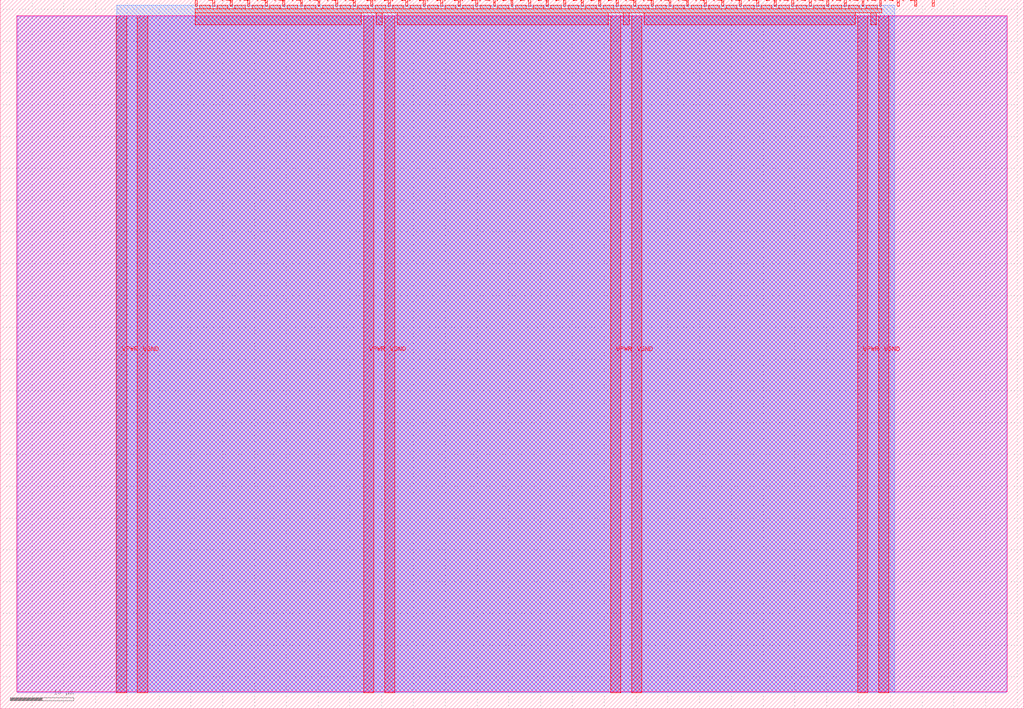
<source format=lef>
VERSION 5.7 ;
  NOWIREEXTENSIONATPIN ON ;
  DIVIDERCHAR "/" ;
  BUSBITCHARS "[]" ;
MACRO tt_um_wokwi_414120407679244289
  CLASS BLOCK ;
  FOREIGN tt_um_wokwi_414120407679244289 ;
  ORIGIN 0.000 0.000 ;
  SIZE 161.000 BY 111.520 ;
  PIN VGND
    DIRECTION INOUT ;
    USE GROUND ;
    PORT
      LAYER met4 ;
        RECT 21.580 2.480 23.180 109.040 ;
    END
    PORT
      LAYER met4 ;
        RECT 60.450 2.480 62.050 109.040 ;
    END
    PORT
      LAYER met4 ;
        RECT 99.320 2.480 100.920 109.040 ;
    END
    PORT
      LAYER met4 ;
        RECT 138.190 2.480 139.790 109.040 ;
    END
  END VGND
  PIN VPWR
    DIRECTION INOUT ;
    USE POWER ;
    PORT
      LAYER met4 ;
        RECT 18.280 2.480 19.880 109.040 ;
    END
    PORT
      LAYER met4 ;
        RECT 57.150 2.480 58.750 109.040 ;
    END
    PORT
      LAYER met4 ;
        RECT 96.020 2.480 97.620 109.040 ;
    END
    PORT
      LAYER met4 ;
        RECT 134.890 2.480 136.490 109.040 ;
    END
  END VPWR
  PIN clk
    DIRECTION INPUT ;
    USE SIGNAL ;
    PORT
      LAYER met4 ;
        RECT 143.830 110.520 144.130 111.520 ;
    END
  END clk
  PIN ena
    DIRECTION INPUT ;
    USE SIGNAL ;
    PORT
      LAYER met4 ;
        RECT 146.590 110.520 146.890 111.520 ;
    END
  END ena
  PIN rst_n
    DIRECTION INPUT ;
    USE SIGNAL ;
    PORT
      LAYER met4 ;
        RECT 141.070 110.520 141.370 111.520 ;
    END
  END rst_n
  PIN ui_in[0]
    DIRECTION INPUT ;
    USE SIGNAL ;
    ANTENNAGATEAREA 0.196500 ;
    PORT
      LAYER met4 ;
        RECT 138.310 110.520 138.610 111.520 ;
    END
  END ui_in[0]
  PIN ui_in[1]
    DIRECTION INPUT ;
    USE SIGNAL ;
    ANTENNAGATEAREA 0.196500 ;
    PORT
      LAYER met4 ;
        RECT 135.550 110.520 135.850 111.520 ;
    END
  END ui_in[1]
  PIN ui_in[2]
    DIRECTION INPUT ;
    USE SIGNAL ;
    ANTENNAGATEAREA 0.196500 ;
    PORT
      LAYER met4 ;
        RECT 132.790 110.520 133.090 111.520 ;
    END
  END ui_in[2]
  PIN ui_in[3]
    DIRECTION INPUT ;
    USE SIGNAL ;
    ANTENNAGATEAREA 0.196500 ;
    PORT
      LAYER met4 ;
        RECT 130.030 110.520 130.330 111.520 ;
    END
  END ui_in[3]
  PIN ui_in[4]
    DIRECTION INPUT ;
    USE SIGNAL ;
    ANTENNAGATEAREA 0.196500 ;
    PORT
      LAYER met4 ;
        RECT 127.270 110.520 127.570 111.520 ;
    END
  END ui_in[4]
  PIN ui_in[5]
    DIRECTION INPUT ;
    USE SIGNAL ;
    ANTENNAGATEAREA 0.196500 ;
    PORT
      LAYER met4 ;
        RECT 124.510 110.520 124.810 111.520 ;
    END
  END ui_in[5]
  PIN ui_in[6]
    DIRECTION INPUT ;
    USE SIGNAL ;
    ANTENNAGATEAREA 0.196500 ;
    PORT
      LAYER met4 ;
        RECT 121.750 110.520 122.050 111.520 ;
    END
  END ui_in[6]
  PIN ui_in[7]
    DIRECTION INPUT ;
    USE SIGNAL ;
    PORT
      LAYER met4 ;
        RECT 118.990 110.520 119.290 111.520 ;
    END
  END ui_in[7]
  PIN uio_in[0]
    DIRECTION INPUT ;
    USE SIGNAL ;
    PORT
      LAYER met4 ;
        RECT 116.230 110.520 116.530 111.520 ;
    END
  END uio_in[0]
  PIN uio_in[1]
    DIRECTION INPUT ;
    USE SIGNAL ;
    PORT
      LAYER met4 ;
        RECT 113.470 110.520 113.770 111.520 ;
    END
  END uio_in[1]
  PIN uio_in[2]
    DIRECTION INPUT ;
    USE SIGNAL ;
    PORT
      LAYER met4 ;
        RECT 110.710 110.520 111.010 111.520 ;
    END
  END uio_in[2]
  PIN uio_in[3]
    DIRECTION INPUT ;
    USE SIGNAL ;
    PORT
      LAYER met4 ;
        RECT 107.950 110.520 108.250 111.520 ;
    END
  END uio_in[3]
  PIN uio_in[4]
    DIRECTION INPUT ;
    USE SIGNAL ;
    PORT
      LAYER met4 ;
        RECT 105.190 110.520 105.490 111.520 ;
    END
  END uio_in[4]
  PIN uio_in[5]
    DIRECTION INPUT ;
    USE SIGNAL ;
    PORT
      LAYER met4 ;
        RECT 102.430 110.520 102.730 111.520 ;
    END
  END uio_in[5]
  PIN uio_in[6]
    DIRECTION INPUT ;
    USE SIGNAL ;
    PORT
      LAYER met4 ;
        RECT 99.670 110.520 99.970 111.520 ;
    END
  END uio_in[6]
  PIN uio_in[7]
    DIRECTION INPUT ;
    USE SIGNAL ;
    PORT
      LAYER met4 ;
        RECT 96.910 110.520 97.210 111.520 ;
    END
  END uio_in[7]
  PIN uio_oe[0]
    DIRECTION OUTPUT ;
    USE SIGNAL ;
    PORT
      LAYER met4 ;
        RECT 49.990 110.520 50.290 111.520 ;
    END
  END uio_oe[0]
  PIN uio_oe[1]
    DIRECTION OUTPUT ;
    USE SIGNAL ;
    PORT
      LAYER met4 ;
        RECT 47.230 110.520 47.530 111.520 ;
    END
  END uio_oe[1]
  PIN uio_oe[2]
    DIRECTION OUTPUT ;
    USE SIGNAL ;
    PORT
      LAYER met4 ;
        RECT 44.470 110.520 44.770 111.520 ;
    END
  END uio_oe[2]
  PIN uio_oe[3]
    DIRECTION OUTPUT ;
    USE SIGNAL ;
    PORT
      LAYER met4 ;
        RECT 41.710 110.520 42.010 111.520 ;
    END
  END uio_oe[3]
  PIN uio_oe[4]
    DIRECTION OUTPUT ;
    USE SIGNAL ;
    PORT
      LAYER met4 ;
        RECT 38.950 110.520 39.250 111.520 ;
    END
  END uio_oe[4]
  PIN uio_oe[5]
    DIRECTION OUTPUT ;
    USE SIGNAL ;
    PORT
      LAYER met4 ;
        RECT 36.190 110.520 36.490 111.520 ;
    END
  END uio_oe[5]
  PIN uio_oe[6]
    DIRECTION OUTPUT ;
    USE SIGNAL ;
    PORT
      LAYER met4 ;
        RECT 33.430 110.520 33.730 111.520 ;
    END
  END uio_oe[6]
  PIN uio_oe[7]
    DIRECTION OUTPUT ;
    USE SIGNAL ;
    PORT
      LAYER met4 ;
        RECT 30.670 110.520 30.970 111.520 ;
    END
  END uio_oe[7]
  PIN uio_out[0]
    DIRECTION OUTPUT ;
    USE SIGNAL ;
    PORT
      LAYER met4 ;
        RECT 72.070 110.520 72.370 111.520 ;
    END
  END uio_out[0]
  PIN uio_out[1]
    DIRECTION OUTPUT ;
    USE SIGNAL ;
    PORT
      LAYER met4 ;
        RECT 69.310 110.520 69.610 111.520 ;
    END
  END uio_out[1]
  PIN uio_out[2]
    DIRECTION OUTPUT ;
    USE SIGNAL ;
    PORT
      LAYER met4 ;
        RECT 66.550 110.520 66.850 111.520 ;
    END
  END uio_out[2]
  PIN uio_out[3]
    DIRECTION OUTPUT ;
    USE SIGNAL ;
    PORT
      LAYER met4 ;
        RECT 63.790 110.520 64.090 111.520 ;
    END
  END uio_out[3]
  PIN uio_out[4]
    DIRECTION OUTPUT ;
    USE SIGNAL ;
    PORT
      LAYER met4 ;
        RECT 61.030 110.520 61.330 111.520 ;
    END
  END uio_out[4]
  PIN uio_out[5]
    DIRECTION OUTPUT ;
    USE SIGNAL ;
    PORT
      LAYER met4 ;
        RECT 58.270 110.520 58.570 111.520 ;
    END
  END uio_out[5]
  PIN uio_out[6]
    DIRECTION OUTPUT ;
    USE SIGNAL ;
    PORT
      LAYER met4 ;
        RECT 55.510 110.520 55.810 111.520 ;
    END
  END uio_out[6]
  PIN uio_out[7]
    DIRECTION OUTPUT ;
    USE SIGNAL ;
    PORT
      LAYER met4 ;
        RECT 52.750 110.520 53.050 111.520 ;
    END
  END uio_out[7]
  PIN uo_out[0]
    DIRECTION OUTPUT ;
    USE SIGNAL ;
    ANTENNADIFFAREA 0.445500 ;
    PORT
      LAYER met4 ;
        RECT 94.150 110.520 94.450 111.520 ;
    END
  END uo_out[0]
  PIN uo_out[1]
    DIRECTION OUTPUT ;
    USE SIGNAL ;
    ANTENNADIFFAREA 0.445500 ;
    PORT
      LAYER met4 ;
        RECT 91.390 110.520 91.690 111.520 ;
    END
  END uo_out[1]
  PIN uo_out[2]
    DIRECTION OUTPUT ;
    USE SIGNAL ;
    ANTENNADIFFAREA 0.445500 ;
    PORT
      LAYER met4 ;
        RECT 88.630 110.520 88.930 111.520 ;
    END
  END uo_out[2]
  PIN uo_out[3]
    DIRECTION OUTPUT ;
    USE SIGNAL ;
    ANTENNADIFFAREA 0.445500 ;
    PORT
      LAYER met4 ;
        RECT 85.870 110.520 86.170 111.520 ;
    END
  END uo_out[3]
  PIN uo_out[4]
    DIRECTION OUTPUT ;
    USE SIGNAL ;
    PORT
      LAYER met4 ;
        RECT 83.110 110.520 83.410 111.520 ;
    END
  END uo_out[4]
  PIN uo_out[5]
    DIRECTION OUTPUT ;
    USE SIGNAL ;
    PORT
      LAYER met4 ;
        RECT 80.350 110.520 80.650 111.520 ;
    END
  END uo_out[5]
  PIN uo_out[6]
    DIRECTION OUTPUT ;
    USE SIGNAL ;
    PORT
      LAYER met4 ;
        RECT 77.590 110.520 77.890 111.520 ;
    END
  END uo_out[6]
  PIN uo_out[7]
    DIRECTION OUTPUT ;
    USE SIGNAL ;
    PORT
      LAYER met4 ;
        RECT 74.830 110.520 75.130 111.520 ;
    END
  END uo_out[7]
  OBS
      LAYER nwell ;
        RECT 2.570 2.635 158.430 108.990 ;
      LAYER li1 ;
        RECT 2.760 2.635 158.240 108.885 ;
      LAYER met1 ;
        RECT 2.760 2.480 158.240 109.040 ;
      LAYER met2 ;
        RECT 18.310 2.535 140.670 110.685 ;
      LAYER met3 ;
        RECT 18.290 2.555 140.695 110.665 ;
      LAYER met4 ;
        RECT 31.370 110.120 33.030 110.665 ;
        RECT 34.130 110.120 35.790 110.665 ;
        RECT 36.890 110.120 38.550 110.665 ;
        RECT 39.650 110.120 41.310 110.665 ;
        RECT 42.410 110.120 44.070 110.665 ;
        RECT 45.170 110.120 46.830 110.665 ;
        RECT 47.930 110.120 49.590 110.665 ;
        RECT 50.690 110.120 52.350 110.665 ;
        RECT 53.450 110.120 55.110 110.665 ;
        RECT 56.210 110.120 57.870 110.665 ;
        RECT 58.970 110.120 60.630 110.665 ;
        RECT 61.730 110.120 63.390 110.665 ;
        RECT 64.490 110.120 66.150 110.665 ;
        RECT 67.250 110.120 68.910 110.665 ;
        RECT 70.010 110.120 71.670 110.665 ;
        RECT 72.770 110.120 74.430 110.665 ;
        RECT 75.530 110.120 77.190 110.665 ;
        RECT 78.290 110.120 79.950 110.665 ;
        RECT 81.050 110.120 82.710 110.665 ;
        RECT 83.810 110.120 85.470 110.665 ;
        RECT 86.570 110.120 88.230 110.665 ;
        RECT 89.330 110.120 90.990 110.665 ;
        RECT 92.090 110.120 93.750 110.665 ;
        RECT 94.850 110.120 96.510 110.665 ;
        RECT 97.610 110.120 99.270 110.665 ;
        RECT 100.370 110.120 102.030 110.665 ;
        RECT 103.130 110.120 104.790 110.665 ;
        RECT 105.890 110.120 107.550 110.665 ;
        RECT 108.650 110.120 110.310 110.665 ;
        RECT 111.410 110.120 113.070 110.665 ;
        RECT 114.170 110.120 115.830 110.665 ;
        RECT 116.930 110.120 118.590 110.665 ;
        RECT 119.690 110.120 121.350 110.665 ;
        RECT 122.450 110.120 124.110 110.665 ;
        RECT 125.210 110.120 126.870 110.665 ;
        RECT 127.970 110.120 129.630 110.665 ;
        RECT 130.730 110.120 132.390 110.665 ;
        RECT 133.490 110.120 135.150 110.665 ;
        RECT 136.250 110.120 137.910 110.665 ;
        RECT 30.655 109.440 138.625 110.120 ;
        RECT 30.655 107.615 56.750 109.440 ;
        RECT 59.150 107.615 60.050 109.440 ;
        RECT 62.450 107.615 95.620 109.440 ;
        RECT 98.020 107.615 98.920 109.440 ;
        RECT 101.320 107.615 134.490 109.440 ;
        RECT 136.890 107.615 137.790 109.440 ;
  END
END tt_um_wokwi_414120407679244289
END LIBRARY


</source>
